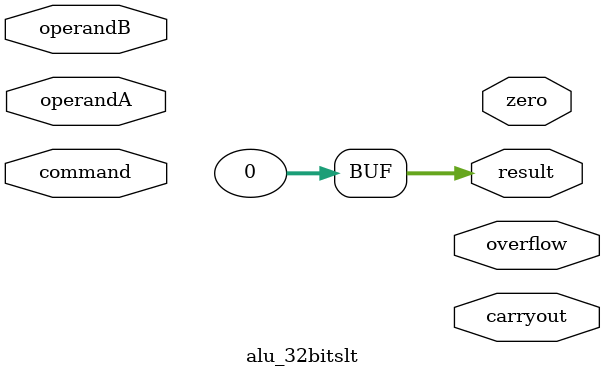
<source format=v>
module alu_32bitsub
(
  input[31:0] A,
  input[31:0] B,
  output[31:0] diff,
  output carryout,
  output overflow,
  output zero
);
// code here

endmodule

module command
(
  input[2:0] command,
  output which
);

wire nZero;
wire nZeroOne;

not notgate0(nZero, command[0]);
and andgate1(nZeroOne, nZero, command[1]);
and andgate2(which, nZeronOne, command[2]);

endmodule

module alu_32bitslt
(
output[31:0]  result,
output        carryout,
output        zero,
output        overflow,
input[31:0]   operandA,
input[31:0]   operandB,
input[2:0]    command
);
  wire [31:0] subtract;
  wire carryout1;
  wire overflow1;
  wire zero1;
  wire bit;

  alu_32bitsub dut (operandA, operandB, subtract, carryout1, overflow1, zero1);

  assign result = 32'b0;

  xor xorgate(result[31], subtract[31], overflow);



endmodule

</source>
